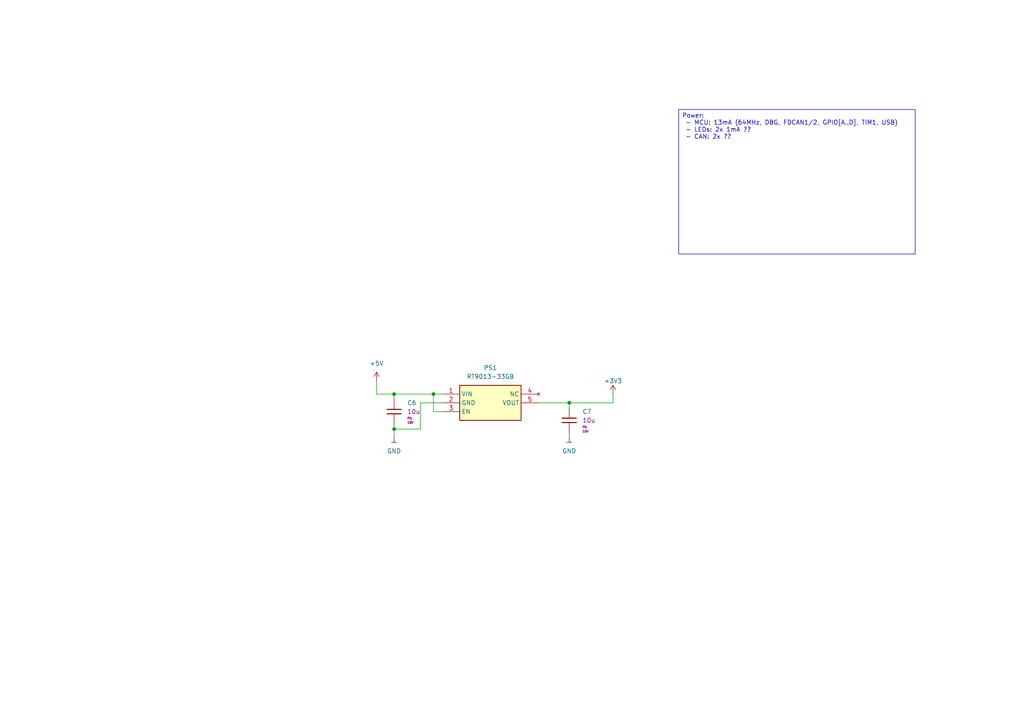
<source format=kicad_sch>
(kicad_sch (version 20250114) (generator "eeschema") (generator_version "9.0")
  (paper "A4")
  (title_block (title "Power") (date "2023-06-16") (rev "R${release}") (company "${company}") (comment 1 "${release_state}") (comment 2 "${prefix}-S${type_number}-R${release}-V${sch_variant}-C${sch_ci}") (comment 3 "hardware/${prefix}-S${type_number}_${short_desciption}"))
  (lib_symbols
    (symbol "Cap_10Percent_E24_0805_X7R_X7S_multipleV_-40C-125C:10u_0805_X7R_10%_10V_-40C..125C_Chip-Capacitor" (pin_numbers (hide yes)) (pin_names (offset 0.254))
      (property "Reference" "C" (at 0.635 2.54 0))
      (property "DisplayValue" "10u" (at 0.635 -2.54 0))
      (property "Fit" "fit: " (at 7.62 -3.81 0))
      (property "CapRatedVoltage" "10V" (at 0 0 0))
      (symbol "10u_0805_X7R_10%_10V_-40C..125C_Chip-Capacitor_0_1"
        (polyline (pts (xy -2.032 0.635) (xy 2.032 0.635)) (stroke (width 0.3048)))
        (polyline (pts (xy -2.032 -0.635) (xy 2.032 -0.635)) (stroke (width 0.3048)))
      )
      (symbol "10u_0805_X7R_10%_10V_-40C..125C_Chip-Capacitor_1_1"
        (pin passive line (at 0 3.81 270) (length 3.2004) (name "~") (number "1"))
        (pin passive line (at 0 -3.81 90) (length 2.9972) (name "~") (number "2"))
      )
    )
    (symbol "RT9013-33GB:RT9013-33GB"
      (property "Reference" "PS" (at 24.13 7.62 0))
      (property "Value" "RT9013-33GB" (at 24.13 5.08 0))
      (symbol "RT9013-33GB_1_1"
        (rectangle (start 5.08 2.54) (end 22.86 -7.62) (stroke (width 0.254)) (fill (type background)))
        (pin passive line (at 0 0 0) (length 5.08) (name "VIN") (number "1"))
        (pin passive line (at 0 -2.54 0) (length 5.08) (name "GND") (number "2"))
        (pin passive line (at 0 -5.08 0) (length 5.08) (name "EN") (number "3"))
        (pin no_connect line (at 27.94 0 180) (length 5.08) (name "NC") (number "4"))
        (pin passive line (at 27.94 -2.54 180) (length 5.08) (name "VOUT") (number "5"))
      )
    )
    (symbol "powerport:+3V3" (power) (pin_names (offset 0))
      (property "Value" "+3V3" (at 0 3.556 0))
      (symbol "+3V3_0_1"
        (polyline (pts (xy -0.762 1.27) (xy 0 2.54)))
        (polyline (pts (xy 0 2.54) (xy 0.762 1.27)))
        (polyline (pts (xy 0 0) (xy 0 2.54)))
      )
      (symbol "+3V3_1_1"
        (pin power_in line (at 0 0 90) (length 0) (hide yes) (name "+3V3") (number "1"))
      )
    )
    (symbol "powerport:+5V" (power) (pin_names (offset 0))
      (property "Value" "+5V" (at 0 3.556 0))
      (symbol "+5V_0_1"
        (polyline (pts (xy -0.762 1.27) (xy 0 2.54)))
        (polyline (pts (xy 0 2.54) (xy 0.762 1.27)))
        (polyline (pts (xy 0 0) (xy 0 2.54)))
      )
      (symbol "+5V_1_1"
        (pin power_in line (at 0 0 90) (length 0) (hide yes) (name "+5V") (number "1"))
      )
    )
    (symbol "powerport:GND" (power) (pin_names (offset 0))
      (property "Value" "GND" (at 0 -2.54 0))
      (symbol "GND_0_1"
        (polyline (pts (xy -0.762 -1.27) (xy 0.762 -1.27)))
        (polyline (pts (xy 0 0) (xy 0 -1.27)))
      )
      (symbol "GND_1_1"
        (pin power_in line (at 0 0 270) (length 0) (hide yes) (name "GND") (number "1"))
      )
    )
  )
  (text_box "Power:\n - MCU: 13mA (64MHz, DBG, FDCAN1/2, GPIO[A..D], TIM1, USB)\n - LEDs: 2x 1mA ??\n - CAN: 2x ??" (at 196.85 31.75 0) (size 68.58 41.91) (margins 0.9525 0.9525 0.9525 0.9525) (effects (font (size 1.27 1.27)) (justify left top)))
  (junction (at 114.3 124.46))
  (junction (at 114.3 114.3))
  (junction (at 165.1 116.84))
  (junction (at 125.73 114.3))
  (wire (pts (xy 114.3 114.3) (xy 109.22 114.3)))
  (wire (pts (xy 121.92 124.46) (xy 121.92 116.84)))
  (wire (pts (xy 165.1 118.11) (xy 165.1 116.84)))
  (wire (pts (xy 121.92 116.84) (xy 128.27 116.84)))
  (wire (pts (xy 165.1 116.84) (xy 177.8 116.84)))
  (wire (pts (xy 128.27 119.38) (xy 125.73 119.38)))
  (wire (pts (xy 114.3 124.46) (xy 121.92 124.46)))
  (wire (pts (xy 125.73 114.3) (xy 128.27 114.3)))
  (wire (pts (xy 177.8 114.3) (xy 177.8 116.84)))
  (wire (pts (xy 114.3 115.57) (xy 114.3 114.3)))
  (wire (pts (xy 114.3 114.3) (xy 125.73 114.3)))
  (wire (pts (xy 114.3 123.19) (xy 114.3 124.46)))
  (wire (pts (xy 114.3 124.46) (xy 114.3 127)))
  (wire (pts (xy 156.21 116.84) (xy 165.1 116.84)))
  (wire (pts (xy 165.1 125.73) (xy 165.1 127)))
  (wire (pts (xy 109.22 110.49) (xy 109.22 114.3)))
  (wire (pts (xy 125.73 119.38) (xy 125.73 114.3)))
  (symbol (lib_id "powerport:+5V") (at 109.22 110.49 0) (unit 1)
    (property "Reference" "#PWR011" (effects (hide yes)))
    (property "Value" "+5V" (at 109.22 105.41 0))
  )
  (symbol (lib_id "powerport:+3V3") (at 177.8 114.3 0) (unit 1)
    (property "Reference" "#PWR033" (effects (hide yes)))
    (property "Value" "+3V3" (at 177.8 110.49 0))
  )
  (symbol (lib_id "powerport:GND") (at 114.3 127 0) (unit 1)
    (property "Reference" "#PWR012" (effects (hide yes)))
    (property "Value" "GND" (at 114.3 130.81 0))
  )
  (symbol (lib_id "powerport:GND") (at 165.1 127 0) (unit 1)
    (property "Reference" "#PWR032" (effects (hide yes)))
    (property "Value" "GND" (at 165.1 130.81 0))
  )
  (symbol (lib_id "Cap_10Percent_E24_0805_X7R_X7S_multipleV_-40C-125C:10u_0805_X7R_10%_10V_-40C..125C_Chip-Capacitor") (at 165.1 121.92 0) (unit 1)
    (property "Reference" "C7" (at 168.91 119.3927 0) (effects (justify left)))
    (property "Value" "10u" (effects (hide yes)))
    (property "Footprint" "Capacitor_SMD:C_1206_3216Metric" (effects (hide yes)))
    (property "MPN" "any" (effects (hide yes)))
    (property "Manufacturer" "any" (effects (hide yes)))
    (property "DisplayValue" "10u" (at 168.91 121.9327 0) (effects (justify left)))
    (property "Fit" "fit: " (at 168.91 123.8377 0) (effects (font (size 0.635 0.635)) (justify left)))
    (property "State" "legacy" (effects (hide yes)))
    (property "CapRatedVoltage" "10V" (at 168.91 125.1077 0) (effects (font (size 0.635 0.635)) (justify left)))
    (property "Package" "1206" (effects (hide yes)))
  )
  (symbol (lib_id "Cap_10Percent_E24_0805_X7R_X7S_multipleV_-40C-125C:10u_0805_X7R_10%_10V_-40C..125C_Chip-Capacitor") (at 114.3 119.38 0) (unit 1)
    (property "Reference" "C6" (at 118.11 116.8527 0) (effects (justify left)))
    (property "Value" "10u" (effects (hide yes)))
    (property "Footprint" "Capacitor_SMD:C_1206_3216Metric" (effects (hide yes)))
    (property "MPN" "any" (effects (hide yes)))
    (property "Manufacturer" "any" (effects (hide yes)))
    (property "DisplayValue" "10u" (at 118.11 119.3927 0) (effects (justify left)))
    (property "Fit" "fit: " (at 118.11 121.2977 0) (effects (font (size 0.635 0.635)) (justify left)))
    (property "State" "legacy" (effects (hide yes)))
    (property "CapRatedVoltage" "10V" (at 118.11 122.5677 0) (effects (font (size 0.635 0.635)) (justify left)))
    (property "Package" "1206" (effects (hide yes)))
  )
  (symbol (lib_id "RT9013-33GB:RT9013-33GB") (at 128.27 114.3 0) (unit 1)
    (property "Reference" "PS1" (at 142.24 106.68 0))
    (property "Value" "RT9013-33GB" (at 142.24 109.22 0))
    (property "Footprint" "Package_TO_SOT_SMD:SOT-23-5" (effects (hide yes)))
    (property "Datasheet" "https://www.richtek.com/assets/product_file/RT9013/DS9013-10.pdf" (effects (hide yes)))
    (property "Description" "RICHTEK - RT9013-33GB - IC, LDO, FIXED, 3.3V, 0.5A, SOT-23-5" (effects (hide yes)))
    (property "Height" "1.295" (effects (hide yes)))
    (property "Mouser Part Number" "835-RT9013-33GB" (effects (hide yes)))
    (property "Mouser Price/Stock" "https://www.mouser.co.uk/ProductDetail/Richtek/RT9013-33GB?qs=amGC7iS6iy%2FHaDkSgZH71g%3D%3D" (effects (hide yes)))
    (property "Manufacturer_Name" "RICHTEK" (effects (hide yes)))
    (property "Manufacturer_Part_Number" "RT9013-33GB" (effects (hide yes)))
  )
)
</source>
